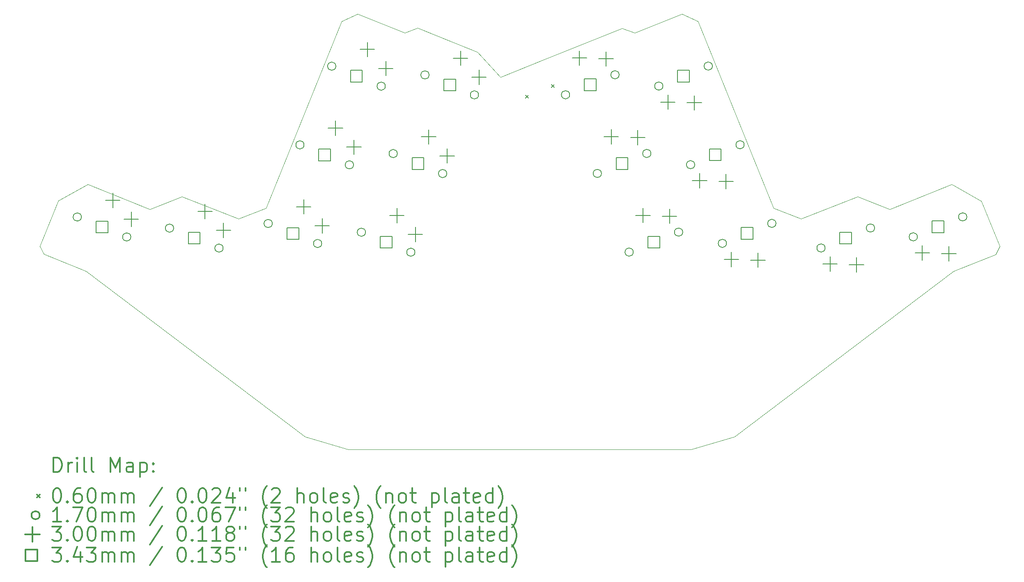
<source format=gbr>
%FSLAX45Y45*%
G04 Gerber Fmt 4.5, Leading zero omitted, Abs format (unit mm)*
G04 Created by KiCad (PCBNEW (5.1.4)-1) date 2024-04-24 20:55:05*
%MOMM*%
%LPD*%
G04 APERTURE LIST*
%ADD10C,0.050000*%
%ADD11C,0.200000*%
%ADD12C,0.300000*%
G04 APERTURE END LIST*
D10*
X17040978Y-14503403D02*
X16775978Y-14404403D01*
X18012433Y-14111361D02*
X17040978Y-14503403D01*
X14273000Y-15414000D02*
X13795000Y-14902000D01*
X15164978Y-15054403D02*
X14273000Y-15414000D01*
X12295000Y-14502000D02*
X12560000Y-14403000D01*
X16775978Y-14404403D02*
X15164978Y-15054403D01*
X12560000Y-14403000D02*
X13795000Y-14902000D01*
X18195877Y-23093825D02*
X19097407Y-22829763D01*
X11125877Y-23093825D02*
X18195877Y-23093825D01*
X11125877Y-23093825D02*
X10238571Y-22828360D01*
X11323546Y-14109958D02*
X12295000Y-14502000D01*
X22293704Y-18140991D02*
X23573218Y-17624034D01*
X20465286Y-18340453D02*
X21637283Y-17877720D01*
X20465286Y-18340453D02*
X19899990Y-18115862D01*
X23627703Y-19413959D02*
X24480712Y-19069321D01*
X19097407Y-22829763D02*
X23609159Y-19421451D01*
X18012433Y-14111361D02*
X18345373Y-14268049D01*
X24565565Y-18905614D02*
X24480712Y-19069321D01*
X24187212Y-17969158D02*
X23573218Y-17624034D01*
X10238571Y-22828360D02*
X5726819Y-19420047D01*
X24187212Y-17969158D02*
X24565565Y-18905614D01*
X5708275Y-19412555D02*
X5726819Y-19420047D01*
X5148766Y-17967754D02*
X4770413Y-18904210D01*
X7698695Y-17876317D02*
X7042274Y-18139587D01*
X21637283Y-17877720D02*
X22293704Y-18140991D01*
X5148766Y-17967754D02*
X5762760Y-17622630D01*
X7042274Y-18139587D02*
X5762760Y-17622630D01*
X18345373Y-14268049D02*
X19899990Y-18115862D01*
X23627703Y-19413959D02*
X23609159Y-19421451D01*
X8870693Y-18339049D02*
X9435989Y-18114459D01*
X10990606Y-14266646D02*
X9435989Y-18114459D01*
X8870693Y-18339049D02*
X7698695Y-17876317D01*
X4770413Y-18904210D02*
X4855266Y-19067917D01*
X11323546Y-14109958D02*
X10990606Y-14266646D01*
X5708275Y-19412555D02*
X4855266Y-19067917D01*
D11*
X14786362Y-15783703D02*
X14846362Y-15843703D01*
X14846362Y-15783703D02*
X14786362Y-15843703D01*
X15322274Y-15567180D02*
X15382274Y-15627180D01*
X15382274Y-15567180D02*
X15322274Y-15627180D01*
X5628239Y-18299661D02*
G75*
G03X5628239Y-18299661I-85090J0D01*
G01*
X6648141Y-18711728D02*
G75*
G03X6648141Y-18711728I-85090J0D01*
G01*
X12142772Y-16991303D02*
G75*
G03X12142772Y-16991303I-85090J0D01*
G01*
X13162674Y-17403370D02*
G75*
G03X13162674Y-17403370I-85090J0D01*
G01*
X10875661Y-15188864D02*
G75*
G03X10875661Y-15188864I-85090J0D01*
G01*
X11895563Y-15600931D02*
G75*
G03X11895563Y-15600931I-85090J0D01*
G01*
X17008318Y-19023599D02*
G75*
G03X17008318Y-19023599I-85090J0D01*
G01*
X18028220Y-18611532D02*
G75*
G03X18028220Y-18611532I-85090J0D01*
G01*
X17619867Y-15598588D02*
G75*
G03X17619867Y-15598588I-85090J0D01*
G01*
X18639769Y-15186521D02*
G75*
G03X18639769Y-15186521I-85090J0D01*
G01*
X7530832Y-18529091D02*
G75*
G03X7530832Y-18529091I-85090J0D01*
G01*
X8550735Y-18941159D02*
G75*
G03X8550735Y-18941159I-85090J0D01*
G01*
X11487210Y-18613874D02*
G75*
G03X11487210Y-18613874I-85090J0D01*
G01*
X12507112Y-19025942D02*
G75*
G03X12507112Y-19025942I-85090J0D01*
G01*
X12798333Y-15368731D02*
G75*
G03X12798333Y-15368731I-85090J0D01*
G01*
X13818235Y-15780798D02*
G75*
G03X13818235Y-15780798I-85090J0D01*
G01*
X15697195Y-15778455D02*
G75*
G03X15697195Y-15778455I-85090J0D01*
G01*
X16717097Y-15366388D02*
G75*
G03X16717097Y-15366388I-85090J0D01*
G01*
X18275428Y-17221160D02*
G75*
G03X18275428Y-17221160I-85090J0D01*
G01*
X19295331Y-16809093D02*
G75*
G03X19295331Y-16809093I-85090J0D01*
G01*
X18930990Y-18843732D02*
G75*
G03X18930990Y-18843732I-85090J0D01*
G01*
X19950892Y-18431665D02*
G75*
G03X19950892Y-18431665I-85090J0D01*
G01*
X10220100Y-16811436D02*
G75*
G03X10220100Y-16811436I-85090J0D01*
G01*
X11240002Y-17223503D02*
G75*
G03X11240002Y-17223503I-85090J0D01*
G01*
X9564538Y-18434007D02*
G75*
G03X9564538Y-18434007I-85090J0D01*
G01*
X10584440Y-18846075D02*
G75*
G03X10584440Y-18846075I-85090J0D01*
G01*
X16352756Y-17401027D02*
G75*
G03X16352756Y-17401027I-85090J0D01*
G01*
X17372659Y-16988960D02*
G75*
G03X17372659Y-16988960I-85090J0D01*
G01*
X20964696Y-18938816D02*
G75*
G03X20964696Y-18938816I-85090J0D01*
G01*
X21984598Y-18526749D02*
G75*
G03X21984598Y-18526749I-85090J0D01*
G01*
X22867289Y-18709386D02*
G75*
G03X22867289Y-18709386I-85090J0D01*
G01*
X23887191Y-18297319D02*
G75*
G03X23887191Y-18297319I-85090J0D01*
G01*
X6275991Y-17804020D02*
X6275991Y-18104020D01*
X6125991Y-17954020D02*
X6425991Y-17954020D01*
X6657169Y-18195304D02*
X6657169Y-18495304D01*
X6507169Y-18345304D02*
X6807169Y-18345304D01*
X12790524Y-16495662D02*
X12790524Y-16795662D01*
X12640524Y-16645662D02*
X12940524Y-16645662D01*
X13171702Y-16886946D02*
X13171702Y-17186946D01*
X13021702Y-17036946D02*
X13321702Y-17036946D01*
X11523413Y-14693223D02*
X11523413Y-14993223D01*
X11373413Y-14843223D02*
X11673413Y-14843223D01*
X11904592Y-15084507D02*
X11904592Y-15384507D01*
X11754592Y-15234507D02*
X12054592Y-15234507D01*
X17210288Y-18115891D02*
X17210288Y-18415891D01*
X17060288Y-18265891D02*
X17360288Y-18265891D01*
X17756293Y-18132568D02*
X17756293Y-18432568D01*
X17606293Y-18282568D02*
X17906293Y-18282568D01*
X17721614Y-15777552D02*
X17721614Y-16077552D01*
X17571614Y-15927552D02*
X17871614Y-15927552D01*
X18267619Y-15794229D02*
X18267619Y-16094229D01*
X18117619Y-15944229D02*
X18417619Y-15944229D01*
X8178584Y-18033451D02*
X8178584Y-18333451D01*
X8028584Y-18183451D02*
X8328584Y-18183451D01*
X8559763Y-18424734D02*
X8559763Y-18724734D01*
X8409763Y-18574734D02*
X8709763Y-18574734D01*
X12134962Y-18118234D02*
X12134962Y-18418234D01*
X11984962Y-18268234D02*
X12284962Y-18268234D01*
X12516141Y-18509517D02*
X12516141Y-18809517D01*
X12366141Y-18659517D02*
X12666141Y-18659517D01*
X13446085Y-14873090D02*
X13446085Y-15173090D01*
X13296085Y-15023090D02*
X13596085Y-15023090D01*
X13827264Y-15264374D02*
X13827264Y-15564374D01*
X13677264Y-15414374D02*
X13977264Y-15414374D01*
X15899165Y-14870747D02*
X15899165Y-15170747D01*
X15749165Y-15020747D02*
X16049165Y-15020747D01*
X16445170Y-14887425D02*
X16445170Y-15187425D01*
X16295170Y-15037425D02*
X16595170Y-15037425D01*
X18377175Y-17400124D02*
X18377175Y-17700124D01*
X18227175Y-17550124D02*
X18527175Y-17550124D01*
X18923180Y-17416801D02*
X18923180Y-17716801D01*
X18773180Y-17566801D02*
X19073180Y-17566801D01*
X19032737Y-19022696D02*
X19032737Y-19322696D01*
X18882737Y-19172696D02*
X19182737Y-19172696D01*
X19578742Y-19039373D02*
X19578742Y-19339373D01*
X19428742Y-19189373D02*
X19728742Y-19189373D01*
X10867852Y-16315795D02*
X10867852Y-16615795D01*
X10717852Y-16465795D02*
X11017852Y-16465795D01*
X11249030Y-16707078D02*
X11249030Y-17007079D01*
X11099030Y-16857079D02*
X11399030Y-16857079D01*
X10212290Y-17938367D02*
X10212290Y-18238367D01*
X10062290Y-18088367D02*
X10362290Y-18088367D01*
X10593469Y-18329650D02*
X10593469Y-18629650D01*
X10443469Y-18479650D02*
X10743469Y-18479650D01*
X16554726Y-16493319D02*
X16554726Y-16793319D01*
X16404726Y-16643319D02*
X16704726Y-16643319D01*
X17100732Y-16509996D02*
X17100732Y-16809996D01*
X16950732Y-16659996D02*
X17250732Y-16659996D01*
X21066442Y-19117780D02*
X21066442Y-19417780D01*
X20916442Y-19267780D02*
X21216442Y-19267780D01*
X21612448Y-19134457D02*
X21612448Y-19434457D01*
X21462448Y-19284457D02*
X21762448Y-19284457D01*
X22969036Y-18888349D02*
X22969036Y-19188349D01*
X22819036Y-19038349D02*
X23119036Y-19038349D01*
X23515041Y-18905027D02*
X23515041Y-19205027D01*
X23365041Y-19055027D02*
X23665041Y-19055027D01*
X18165963Y-15513789D02*
X18165963Y-15271320D01*
X17923493Y-15271320D01*
X17923493Y-15513789D01*
X18165963Y-15513789D01*
X8076928Y-18856360D02*
X8076928Y-18613890D01*
X7834459Y-18613890D01*
X7834459Y-18856360D01*
X8076928Y-18856360D01*
X12033306Y-18941143D02*
X12033306Y-18698673D01*
X11790837Y-18698673D01*
X11790837Y-18941143D01*
X12033306Y-18941143D01*
X13344429Y-15695999D02*
X13344429Y-15453530D01*
X13101960Y-15453530D01*
X13101960Y-15695999D01*
X13344429Y-15695999D01*
X16243290Y-15693656D02*
X16243290Y-15451187D01*
X16000821Y-15451187D01*
X16000821Y-15693656D01*
X16243290Y-15693656D01*
X18821524Y-17136361D02*
X18821524Y-16893892D01*
X18579055Y-16893892D01*
X18579055Y-17136361D01*
X18821524Y-17136361D01*
X19477086Y-18758933D02*
X19477086Y-18516464D01*
X19234616Y-18516464D01*
X19234616Y-18758933D01*
X19477086Y-18758933D01*
X10766195Y-17138704D02*
X10766195Y-16896235D01*
X10523726Y-16896235D01*
X10523726Y-17138704D01*
X10766195Y-17138704D01*
X10110634Y-18761276D02*
X10110634Y-18518806D01*
X9868165Y-18518806D01*
X9868165Y-18761276D01*
X10110634Y-18761276D01*
X16898852Y-17316228D02*
X16898852Y-17073759D01*
X16656383Y-17073759D01*
X16656383Y-17316228D01*
X16898852Y-17316228D01*
X21510791Y-18854017D02*
X21510791Y-18611548D01*
X21268322Y-18611548D01*
X21268322Y-18854017D01*
X21510791Y-18854017D01*
X23413385Y-18624587D02*
X23413385Y-18382118D01*
X23170916Y-18382118D01*
X23170916Y-18624587D01*
X23413385Y-18624587D01*
X6174335Y-18626929D02*
X6174335Y-18384460D01*
X5931865Y-18384460D01*
X5931865Y-18626929D01*
X6174335Y-18626929D01*
X12688867Y-17318571D02*
X12688867Y-17076102D01*
X12446398Y-17076102D01*
X12446398Y-17318571D01*
X12688867Y-17318571D01*
X11421757Y-15516132D02*
X11421757Y-15273663D01*
X11179288Y-15273663D01*
X11179288Y-15516132D01*
X11421757Y-15516132D01*
X17554414Y-18938800D02*
X17554414Y-18696331D01*
X17311944Y-18696331D01*
X17311944Y-18938800D01*
X17554414Y-18938800D01*
D12*
X5054342Y-23562039D02*
X5054342Y-23262039D01*
X5125770Y-23262039D01*
X5168627Y-23276325D01*
X5197199Y-23304896D01*
X5211485Y-23333468D01*
X5225770Y-23390611D01*
X5225770Y-23433468D01*
X5211485Y-23490611D01*
X5197199Y-23519182D01*
X5168627Y-23547753D01*
X5125770Y-23562039D01*
X5054342Y-23562039D01*
X5354342Y-23562039D02*
X5354342Y-23362039D01*
X5354342Y-23419182D02*
X5368627Y-23390611D01*
X5382913Y-23376325D01*
X5411485Y-23362039D01*
X5440056Y-23362039D01*
X5540056Y-23562039D02*
X5540056Y-23362039D01*
X5540056Y-23262039D02*
X5525770Y-23276325D01*
X5540056Y-23290611D01*
X5554342Y-23276325D01*
X5540056Y-23262039D01*
X5540056Y-23290611D01*
X5725770Y-23562039D02*
X5697199Y-23547753D01*
X5682913Y-23519182D01*
X5682913Y-23262039D01*
X5882913Y-23562039D02*
X5854342Y-23547753D01*
X5840056Y-23519182D01*
X5840056Y-23262039D01*
X6225770Y-23562039D02*
X6225770Y-23262039D01*
X6325770Y-23476325D01*
X6425770Y-23262039D01*
X6425770Y-23562039D01*
X6697199Y-23562039D02*
X6697199Y-23404896D01*
X6682913Y-23376325D01*
X6654342Y-23362039D01*
X6597199Y-23362039D01*
X6568627Y-23376325D01*
X6697199Y-23547753D02*
X6668627Y-23562039D01*
X6597199Y-23562039D01*
X6568627Y-23547753D01*
X6554342Y-23519182D01*
X6554342Y-23490611D01*
X6568627Y-23462039D01*
X6597199Y-23447753D01*
X6668627Y-23447753D01*
X6697199Y-23433468D01*
X6840056Y-23362039D02*
X6840056Y-23662039D01*
X6840056Y-23376325D02*
X6868627Y-23362039D01*
X6925770Y-23362039D01*
X6954342Y-23376325D01*
X6968627Y-23390611D01*
X6982913Y-23419182D01*
X6982913Y-23504896D01*
X6968627Y-23533468D01*
X6954342Y-23547753D01*
X6925770Y-23562039D01*
X6868627Y-23562039D01*
X6840056Y-23547753D01*
X7111484Y-23533468D02*
X7125770Y-23547753D01*
X7111484Y-23562039D01*
X7097199Y-23547753D01*
X7111484Y-23533468D01*
X7111484Y-23562039D01*
X7111484Y-23376325D02*
X7125770Y-23390611D01*
X7111484Y-23404896D01*
X7097199Y-23390611D01*
X7111484Y-23376325D01*
X7111484Y-23404896D01*
X4707913Y-24026325D02*
X4767913Y-24086325D01*
X4767913Y-24026325D02*
X4707913Y-24086325D01*
X5111485Y-23892039D02*
X5140056Y-23892039D01*
X5168627Y-23906325D01*
X5182913Y-23920611D01*
X5197199Y-23949182D01*
X5211485Y-24006325D01*
X5211485Y-24077753D01*
X5197199Y-24134896D01*
X5182913Y-24163468D01*
X5168627Y-24177753D01*
X5140056Y-24192039D01*
X5111485Y-24192039D01*
X5082913Y-24177753D01*
X5068627Y-24163468D01*
X5054342Y-24134896D01*
X5040056Y-24077753D01*
X5040056Y-24006325D01*
X5054342Y-23949182D01*
X5068627Y-23920611D01*
X5082913Y-23906325D01*
X5111485Y-23892039D01*
X5340056Y-24163468D02*
X5354342Y-24177753D01*
X5340056Y-24192039D01*
X5325770Y-24177753D01*
X5340056Y-24163468D01*
X5340056Y-24192039D01*
X5611484Y-23892039D02*
X5554342Y-23892039D01*
X5525770Y-23906325D01*
X5511485Y-23920611D01*
X5482913Y-23963468D01*
X5468627Y-24020611D01*
X5468627Y-24134896D01*
X5482913Y-24163468D01*
X5497199Y-24177753D01*
X5525770Y-24192039D01*
X5582913Y-24192039D01*
X5611484Y-24177753D01*
X5625770Y-24163468D01*
X5640056Y-24134896D01*
X5640056Y-24063468D01*
X5625770Y-24034896D01*
X5611484Y-24020611D01*
X5582913Y-24006325D01*
X5525770Y-24006325D01*
X5497199Y-24020611D01*
X5482913Y-24034896D01*
X5468627Y-24063468D01*
X5825770Y-23892039D02*
X5854342Y-23892039D01*
X5882913Y-23906325D01*
X5897199Y-23920611D01*
X5911484Y-23949182D01*
X5925770Y-24006325D01*
X5925770Y-24077753D01*
X5911484Y-24134896D01*
X5897199Y-24163468D01*
X5882913Y-24177753D01*
X5854342Y-24192039D01*
X5825770Y-24192039D01*
X5797199Y-24177753D01*
X5782913Y-24163468D01*
X5768627Y-24134896D01*
X5754342Y-24077753D01*
X5754342Y-24006325D01*
X5768627Y-23949182D01*
X5782913Y-23920611D01*
X5797199Y-23906325D01*
X5825770Y-23892039D01*
X6054342Y-24192039D02*
X6054342Y-23992039D01*
X6054342Y-24020611D02*
X6068627Y-24006325D01*
X6097199Y-23992039D01*
X6140056Y-23992039D01*
X6168627Y-24006325D01*
X6182913Y-24034896D01*
X6182913Y-24192039D01*
X6182913Y-24034896D02*
X6197199Y-24006325D01*
X6225770Y-23992039D01*
X6268627Y-23992039D01*
X6297199Y-24006325D01*
X6311484Y-24034896D01*
X6311484Y-24192039D01*
X6454342Y-24192039D02*
X6454342Y-23992039D01*
X6454342Y-24020611D02*
X6468627Y-24006325D01*
X6497199Y-23992039D01*
X6540056Y-23992039D01*
X6568627Y-24006325D01*
X6582913Y-24034896D01*
X6582913Y-24192039D01*
X6582913Y-24034896D02*
X6597199Y-24006325D01*
X6625770Y-23992039D01*
X6668627Y-23992039D01*
X6697199Y-24006325D01*
X6711484Y-24034896D01*
X6711484Y-24192039D01*
X7297199Y-23877753D02*
X7040056Y-24263468D01*
X7682913Y-23892039D02*
X7711484Y-23892039D01*
X7740056Y-23906325D01*
X7754342Y-23920611D01*
X7768627Y-23949182D01*
X7782913Y-24006325D01*
X7782913Y-24077753D01*
X7768627Y-24134896D01*
X7754342Y-24163468D01*
X7740056Y-24177753D01*
X7711484Y-24192039D01*
X7682913Y-24192039D01*
X7654342Y-24177753D01*
X7640056Y-24163468D01*
X7625770Y-24134896D01*
X7611484Y-24077753D01*
X7611484Y-24006325D01*
X7625770Y-23949182D01*
X7640056Y-23920611D01*
X7654342Y-23906325D01*
X7682913Y-23892039D01*
X7911484Y-24163468D02*
X7925770Y-24177753D01*
X7911484Y-24192039D01*
X7897199Y-24177753D01*
X7911484Y-24163468D01*
X7911484Y-24192039D01*
X8111484Y-23892039D02*
X8140056Y-23892039D01*
X8168627Y-23906325D01*
X8182913Y-23920611D01*
X8197199Y-23949182D01*
X8211484Y-24006325D01*
X8211484Y-24077753D01*
X8197199Y-24134896D01*
X8182913Y-24163468D01*
X8168627Y-24177753D01*
X8140056Y-24192039D01*
X8111484Y-24192039D01*
X8082913Y-24177753D01*
X8068627Y-24163468D01*
X8054342Y-24134896D01*
X8040056Y-24077753D01*
X8040056Y-24006325D01*
X8054342Y-23949182D01*
X8068627Y-23920611D01*
X8082913Y-23906325D01*
X8111484Y-23892039D01*
X8325770Y-23920611D02*
X8340056Y-23906325D01*
X8368627Y-23892039D01*
X8440056Y-23892039D01*
X8468627Y-23906325D01*
X8482913Y-23920611D01*
X8497199Y-23949182D01*
X8497199Y-23977753D01*
X8482913Y-24020611D01*
X8311484Y-24192039D01*
X8497199Y-24192039D01*
X8754342Y-23992039D02*
X8754342Y-24192039D01*
X8682913Y-23877753D02*
X8611485Y-24092039D01*
X8797199Y-24092039D01*
X8897199Y-23892039D02*
X8897199Y-23949182D01*
X9011485Y-23892039D02*
X9011485Y-23949182D01*
X9454342Y-24306325D02*
X9440056Y-24292039D01*
X9411485Y-24249182D01*
X9397199Y-24220611D01*
X9382913Y-24177753D01*
X9368627Y-24106325D01*
X9368627Y-24049182D01*
X9382913Y-23977753D01*
X9397199Y-23934896D01*
X9411485Y-23906325D01*
X9440056Y-23863468D01*
X9454342Y-23849182D01*
X9554342Y-23920611D02*
X9568627Y-23906325D01*
X9597199Y-23892039D01*
X9668627Y-23892039D01*
X9697199Y-23906325D01*
X9711485Y-23920611D01*
X9725770Y-23949182D01*
X9725770Y-23977753D01*
X9711485Y-24020611D01*
X9540056Y-24192039D01*
X9725770Y-24192039D01*
X10082913Y-24192039D02*
X10082913Y-23892039D01*
X10211485Y-24192039D02*
X10211485Y-24034896D01*
X10197199Y-24006325D01*
X10168627Y-23992039D01*
X10125770Y-23992039D01*
X10097199Y-24006325D01*
X10082913Y-24020611D01*
X10397199Y-24192039D02*
X10368627Y-24177753D01*
X10354342Y-24163468D01*
X10340056Y-24134896D01*
X10340056Y-24049182D01*
X10354342Y-24020611D01*
X10368627Y-24006325D01*
X10397199Y-23992039D01*
X10440056Y-23992039D01*
X10468627Y-24006325D01*
X10482913Y-24020611D01*
X10497199Y-24049182D01*
X10497199Y-24134896D01*
X10482913Y-24163468D01*
X10468627Y-24177753D01*
X10440056Y-24192039D01*
X10397199Y-24192039D01*
X10668627Y-24192039D02*
X10640056Y-24177753D01*
X10625770Y-24149182D01*
X10625770Y-23892039D01*
X10897199Y-24177753D02*
X10868627Y-24192039D01*
X10811485Y-24192039D01*
X10782913Y-24177753D01*
X10768627Y-24149182D01*
X10768627Y-24034896D01*
X10782913Y-24006325D01*
X10811485Y-23992039D01*
X10868627Y-23992039D01*
X10897199Y-24006325D01*
X10911485Y-24034896D01*
X10911485Y-24063468D01*
X10768627Y-24092039D01*
X11025770Y-24177753D02*
X11054342Y-24192039D01*
X11111485Y-24192039D01*
X11140056Y-24177753D01*
X11154342Y-24149182D01*
X11154342Y-24134896D01*
X11140056Y-24106325D01*
X11111485Y-24092039D01*
X11068627Y-24092039D01*
X11040056Y-24077753D01*
X11025770Y-24049182D01*
X11025770Y-24034896D01*
X11040056Y-24006325D01*
X11068627Y-23992039D01*
X11111485Y-23992039D01*
X11140056Y-24006325D01*
X11254342Y-24306325D02*
X11268627Y-24292039D01*
X11297199Y-24249182D01*
X11311484Y-24220611D01*
X11325770Y-24177753D01*
X11340056Y-24106325D01*
X11340056Y-24049182D01*
X11325770Y-23977753D01*
X11311484Y-23934896D01*
X11297199Y-23906325D01*
X11268627Y-23863468D01*
X11254342Y-23849182D01*
X11797199Y-24306325D02*
X11782913Y-24292039D01*
X11754342Y-24249182D01*
X11740056Y-24220611D01*
X11725770Y-24177753D01*
X11711484Y-24106325D01*
X11711484Y-24049182D01*
X11725770Y-23977753D01*
X11740056Y-23934896D01*
X11754342Y-23906325D01*
X11782913Y-23863468D01*
X11797199Y-23849182D01*
X11911484Y-23992039D02*
X11911484Y-24192039D01*
X11911484Y-24020611D02*
X11925770Y-24006325D01*
X11954342Y-23992039D01*
X11997199Y-23992039D01*
X12025770Y-24006325D01*
X12040056Y-24034896D01*
X12040056Y-24192039D01*
X12225770Y-24192039D02*
X12197199Y-24177753D01*
X12182913Y-24163468D01*
X12168627Y-24134896D01*
X12168627Y-24049182D01*
X12182913Y-24020611D01*
X12197199Y-24006325D01*
X12225770Y-23992039D01*
X12268627Y-23992039D01*
X12297199Y-24006325D01*
X12311484Y-24020611D01*
X12325770Y-24049182D01*
X12325770Y-24134896D01*
X12311484Y-24163468D01*
X12297199Y-24177753D01*
X12268627Y-24192039D01*
X12225770Y-24192039D01*
X12411484Y-23992039D02*
X12525770Y-23992039D01*
X12454342Y-23892039D02*
X12454342Y-24149182D01*
X12468627Y-24177753D01*
X12497199Y-24192039D01*
X12525770Y-24192039D01*
X12854342Y-23992039D02*
X12854342Y-24292039D01*
X12854342Y-24006325D02*
X12882913Y-23992039D01*
X12940056Y-23992039D01*
X12968627Y-24006325D01*
X12982913Y-24020611D01*
X12997199Y-24049182D01*
X12997199Y-24134896D01*
X12982913Y-24163468D01*
X12968627Y-24177753D01*
X12940056Y-24192039D01*
X12882913Y-24192039D01*
X12854342Y-24177753D01*
X13168627Y-24192039D02*
X13140056Y-24177753D01*
X13125770Y-24149182D01*
X13125770Y-23892039D01*
X13411484Y-24192039D02*
X13411484Y-24034896D01*
X13397199Y-24006325D01*
X13368627Y-23992039D01*
X13311484Y-23992039D01*
X13282913Y-24006325D01*
X13411484Y-24177753D02*
X13382913Y-24192039D01*
X13311484Y-24192039D01*
X13282913Y-24177753D01*
X13268627Y-24149182D01*
X13268627Y-24120611D01*
X13282913Y-24092039D01*
X13311484Y-24077753D01*
X13382913Y-24077753D01*
X13411484Y-24063468D01*
X13511484Y-23992039D02*
X13625770Y-23992039D01*
X13554342Y-23892039D02*
X13554342Y-24149182D01*
X13568627Y-24177753D01*
X13597199Y-24192039D01*
X13625770Y-24192039D01*
X13840056Y-24177753D02*
X13811484Y-24192039D01*
X13754342Y-24192039D01*
X13725770Y-24177753D01*
X13711484Y-24149182D01*
X13711484Y-24034896D01*
X13725770Y-24006325D01*
X13754342Y-23992039D01*
X13811484Y-23992039D01*
X13840056Y-24006325D01*
X13854342Y-24034896D01*
X13854342Y-24063468D01*
X13711484Y-24092039D01*
X14111484Y-24192039D02*
X14111484Y-23892039D01*
X14111484Y-24177753D02*
X14082913Y-24192039D01*
X14025770Y-24192039D01*
X13997199Y-24177753D01*
X13982913Y-24163468D01*
X13968627Y-24134896D01*
X13968627Y-24049182D01*
X13982913Y-24020611D01*
X13997199Y-24006325D01*
X14025770Y-23992039D01*
X14082913Y-23992039D01*
X14111484Y-24006325D01*
X14225770Y-24306325D02*
X14240056Y-24292039D01*
X14268627Y-24249182D01*
X14282913Y-24220611D01*
X14297199Y-24177753D01*
X14311484Y-24106325D01*
X14311484Y-24049182D01*
X14297199Y-23977753D01*
X14282913Y-23934896D01*
X14268627Y-23906325D01*
X14240056Y-23863468D01*
X14225770Y-23849182D01*
X4767913Y-24452325D02*
G75*
G03X4767913Y-24452325I-85090J0D01*
G01*
X5211485Y-24588039D02*
X5040056Y-24588039D01*
X5125770Y-24588039D02*
X5125770Y-24288039D01*
X5097199Y-24330896D01*
X5068627Y-24359468D01*
X5040056Y-24373753D01*
X5340056Y-24559468D02*
X5354342Y-24573753D01*
X5340056Y-24588039D01*
X5325770Y-24573753D01*
X5340056Y-24559468D01*
X5340056Y-24588039D01*
X5454342Y-24288039D02*
X5654342Y-24288039D01*
X5525770Y-24588039D01*
X5825770Y-24288039D02*
X5854342Y-24288039D01*
X5882913Y-24302325D01*
X5897199Y-24316611D01*
X5911484Y-24345182D01*
X5925770Y-24402325D01*
X5925770Y-24473753D01*
X5911484Y-24530896D01*
X5897199Y-24559468D01*
X5882913Y-24573753D01*
X5854342Y-24588039D01*
X5825770Y-24588039D01*
X5797199Y-24573753D01*
X5782913Y-24559468D01*
X5768627Y-24530896D01*
X5754342Y-24473753D01*
X5754342Y-24402325D01*
X5768627Y-24345182D01*
X5782913Y-24316611D01*
X5797199Y-24302325D01*
X5825770Y-24288039D01*
X6054342Y-24588039D02*
X6054342Y-24388039D01*
X6054342Y-24416611D02*
X6068627Y-24402325D01*
X6097199Y-24388039D01*
X6140056Y-24388039D01*
X6168627Y-24402325D01*
X6182913Y-24430896D01*
X6182913Y-24588039D01*
X6182913Y-24430896D02*
X6197199Y-24402325D01*
X6225770Y-24388039D01*
X6268627Y-24388039D01*
X6297199Y-24402325D01*
X6311484Y-24430896D01*
X6311484Y-24588039D01*
X6454342Y-24588039D02*
X6454342Y-24388039D01*
X6454342Y-24416611D02*
X6468627Y-24402325D01*
X6497199Y-24388039D01*
X6540056Y-24388039D01*
X6568627Y-24402325D01*
X6582913Y-24430896D01*
X6582913Y-24588039D01*
X6582913Y-24430896D02*
X6597199Y-24402325D01*
X6625770Y-24388039D01*
X6668627Y-24388039D01*
X6697199Y-24402325D01*
X6711484Y-24430896D01*
X6711484Y-24588039D01*
X7297199Y-24273753D02*
X7040056Y-24659468D01*
X7682913Y-24288039D02*
X7711484Y-24288039D01*
X7740056Y-24302325D01*
X7754342Y-24316611D01*
X7768627Y-24345182D01*
X7782913Y-24402325D01*
X7782913Y-24473753D01*
X7768627Y-24530896D01*
X7754342Y-24559468D01*
X7740056Y-24573753D01*
X7711484Y-24588039D01*
X7682913Y-24588039D01*
X7654342Y-24573753D01*
X7640056Y-24559468D01*
X7625770Y-24530896D01*
X7611484Y-24473753D01*
X7611484Y-24402325D01*
X7625770Y-24345182D01*
X7640056Y-24316611D01*
X7654342Y-24302325D01*
X7682913Y-24288039D01*
X7911484Y-24559468D02*
X7925770Y-24573753D01*
X7911484Y-24588039D01*
X7897199Y-24573753D01*
X7911484Y-24559468D01*
X7911484Y-24588039D01*
X8111484Y-24288039D02*
X8140056Y-24288039D01*
X8168627Y-24302325D01*
X8182913Y-24316611D01*
X8197199Y-24345182D01*
X8211484Y-24402325D01*
X8211484Y-24473753D01*
X8197199Y-24530896D01*
X8182913Y-24559468D01*
X8168627Y-24573753D01*
X8140056Y-24588039D01*
X8111484Y-24588039D01*
X8082913Y-24573753D01*
X8068627Y-24559468D01*
X8054342Y-24530896D01*
X8040056Y-24473753D01*
X8040056Y-24402325D01*
X8054342Y-24345182D01*
X8068627Y-24316611D01*
X8082913Y-24302325D01*
X8111484Y-24288039D01*
X8468627Y-24288039D02*
X8411485Y-24288039D01*
X8382913Y-24302325D01*
X8368627Y-24316611D01*
X8340056Y-24359468D01*
X8325770Y-24416611D01*
X8325770Y-24530896D01*
X8340056Y-24559468D01*
X8354342Y-24573753D01*
X8382913Y-24588039D01*
X8440056Y-24588039D01*
X8468627Y-24573753D01*
X8482913Y-24559468D01*
X8497199Y-24530896D01*
X8497199Y-24459468D01*
X8482913Y-24430896D01*
X8468627Y-24416611D01*
X8440056Y-24402325D01*
X8382913Y-24402325D01*
X8354342Y-24416611D01*
X8340056Y-24430896D01*
X8325770Y-24459468D01*
X8597199Y-24288039D02*
X8797199Y-24288039D01*
X8668627Y-24588039D01*
X8897199Y-24288039D02*
X8897199Y-24345182D01*
X9011485Y-24288039D02*
X9011485Y-24345182D01*
X9454342Y-24702325D02*
X9440056Y-24688039D01*
X9411485Y-24645182D01*
X9397199Y-24616611D01*
X9382913Y-24573753D01*
X9368627Y-24502325D01*
X9368627Y-24445182D01*
X9382913Y-24373753D01*
X9397199Y-24330896D01*
X9411485Y-24302325D01*
X9440056Y-24259468D01*
X9454342Y-24245182D01*
X9540056Y-24288039D02*
X9725770Y-24288039D01*
X9625770Y-24402325D01*
X9668627Y-24402325D01*
X9697199Y-24416611D01*
X9711485Y-24430896D01*
X9725770Y-24459468D01*
X9725770Y-24530896D01*
X9711485Y-24559468D01*
X9697199Y-24573753D01*
X9668627Y-24588039D01*
X9582913Y-24588039D01*
X9554342Y-24573753D01*
X9540056Y-24559468D01*
X9840056Y-24316611D02*
X9854342Y-24302325D01*
X9882913Y-24288039D01*
X9954342Y-24288039D01*
X9982913Y-24302325D01*
X9997199Y-24316611D01*
X10011485Y-24345182D01*
X10011485Y-24373753D01*
X9997199Y-24416611D01*
X9825770Y-24588039D01*
X10011485Y-24588039D01*
X10368627Y-24588039D02*
X10368627Y-24288039D01*
X10497199Y-24588039D02*
X10497199Y-24430896D01*
X10482913Y-24402325D01*
X10454342Y-24388039D01*
X10411485Y-24388039D01*
X10382913Y-24402325D01*
X10368627Y-24416611D01*
X10682913Y-24588039D02*
X10654342Y-24573753D01*
X10640056Y-24559468D01*
X10625770Y-24530896D01*
X10625770Y-24445182D01*
X10640056Y-24416611D01*
X10654342Y-24402325D01*
X10682913Y-24388039D01*
X10725770Y-24388039D01*
X10754342Y-24402325D01*
X10768627Y-24416611D01*
X10782913Y-24445182D01*
X10782913Y-24530896D01*
X10768627Y-24559468D01*
X10754342Y-24573753D01*
X10725770Y-24588039D01*
X10682913Y-24588039D01*
X10954342Y-24588039D02*
X10925770Y-24573753D01*
X10911485Y-24545182D01*
X10911485Y-24288039D01*
X11182913Y-24573753D02*
X11154342Y-24588039D01*
X11097199Y-24588039D01*
X11068627Y-24573753D01*
X11054342Y-24545182D01*
X11054342Y-24430896D01*
X11068627Y-24402325D01*
X11097199Y-24388039D01*
X11154342Y-24388039D01*
X11182913Y-24402325D01*
X11197199Y-24430896D01*
X11197199Y-24459468D01*
X11054342Y-24488039D01*
X11311484Y-24573753D02*
X11340056Y-24588039D01*
X11397199Y-24588039D01*
X11425770Y-24573753D01*
X11440056Y-24545182D01*
X11440056Y-24530896D01*
X11425770Y-24502325D01*
X11397199Y-24488039D01*
X11354342Y-24488039D01*
X11325770Y-24473753D01*
X11311484Y-24445182D01*
X11311484Y-24430896D01*
X11325770Y-24402325D01*
X11354342Y-24388039D01*
X11397199Y-24388039D01*
X11425770Y-24402325D01*
X11540056Y-24702325D02*
X11554342Y-24688039D01*
X11582913Y-24645182D01*
X11597199Y-24616611D01*
X11611484Y-24573753D01*
X11625770Y-24502325D01*
X11625770Y-24445182D01*
X11611484Y-24373753D01*
X11597199Y-24330896D01*
X11582913Y-24302325D01*
X11554342Y-24259468D01*
X11540056Y-24245182D01*
X12082913Y-24702325D02*
X12068627Y-24688039D01*
X12040056Y-24645182D01*
X12025770Y-24616611D01*
X12011484Y-24573753D01*
X11997199Y-24502325D01*
X11997199Y-24445182D01*
X12011484Y-24373753D01*
X12025770Y-24330896D01*
X12040056Y-24302325D01*
X12068627Y-24259468D01*
X12082913Y-24245182D01*
X12197199Y-24388039D02*
X12197199Y-24588039D01*
X12197199Y-24416611D02*
X12211484Y-24402325D01*
X12240056Y-24388039D01*
X12282913Y-24388039D01*
X12311484Y-24402325D01*
X12325770Y-24430896D01*
X12325770Y-24588039D01*
X12511484Y-24588039D02*
X12482913Y-24573753D01*
X12468627Y-24559468D01*
X12454342Y-24530896D01*
X12454342Y-24445182D01*
X12468627Y-24416611D01*
X12482913Y-24402325D01*
X12511484Y-24388039D01*
X12554342Y-24388039D01*
X12582913Y-24402325D01*
X12597199Y-24416611D01*
X12611484Y-24445182D01*
X12611484Y-24530896D01*
X12597199Y-24559468D01*
X12582913Y-24573753D01*
X12554342Y-24588039D01*
X12511484Y-24588039D01*
X12697199Y-24388039D02*
X12811484Y-24388039D01*
X12740056Y-24288039D02*
X12740056Y-24545182D01*
X12754342Y-24573753D01*
X12782913Y-24588039D01*
X12811484Y-24588039D01*
X13140056Y-24388039D02*
X13140056Y-24688039D01*
X13140056Y-24402325D02*
X13168627Y-24388039D01*
X13225770Y-24388039D01*
X13254342Y-24402325D01*
X13268627Y-24416611D01*
X13282913Y-24445182D01*
X13282913Y-24530896D01*
X13268627Y-24559468D01*
X13254342Y-24573753D01*
X13225770Y-24588039D01*
X13168627Y-24588039D01*
X13140056Y-24573753D01*
X13454342Y-24588039D02*
X13425770Y-24573753D01*
X13411484Y-24545182D01*
X13411484Y-24288039D01*
X13697199Y-24588039D02*
X13697199Y-24430896D01*
X13682913Y-24402325D01*
X13654342Y-24388039D01*
X13597199Y-24388039D01*
X13568627Y-24402325D01*
X13697199Y-24573753D02*
X13668627Y-24588039D01*
X13597199Y-24588039D01*
X13568627Y-24573753D01*
X13554342Y-24545182D01*
X13554342Y-24516611D01*
X13568627Y-24488039D01*
X13597199Y-24473753D01*
X13668627Y-24473753D01*
X13697199Y-24459468D01*
X13797199Y-24388039D02*
X13911484Y-24388039D01*
X13840056Y-24288039D02*
X13840056Y-24545182D01*
X13854342Y-24573753D01*
X13882913Y-24588039D01*
X13911484Y-24588039D01*
X14125770Y-24573753D02*
X14097199Y-24588039D01*
X14040056Y-24588039D01*
X14011484Y-24573753D01*
X13997199Y-24545182D01*
X13997199Y-24430896D01*
X14011484Y-24402325D01*
X14040056Y-24388039D01*
X14097199Y-24388039D01*
X14125770Y-24402325D01*
X14140056Y-24430896D01*
X14140056Y-24459468D01*
X13997199Y-24488039D01*
X14397199Y-24588039D02*
X14397199Y-24288039D01*
X14397199Y-24573753D02*
X14368627Y-24588039D01*
X14311484Y-24588039D01*
X14282913Y-24573753D01*
X14268627Y-24559468D01*
X14254342Y-24530896D01*
X14254342Y-24445182D01*
X14268627Y-24416611D01*
X14282913Y-24402325D01*
X14311484Y-24388039D01*
X14368627Y-24388039D01*
X14397199Y-24402325D01*
X14511484Y-24702325D02*
X14525770Y-24688039D01*
X14554342Y-24645182D01*
X14568627Y-24616611D01*
X14582913Y-24573753D01*
X14597199Y-24502325D01*
X14597199Y-24445182D01*
X14582913Y-24373753D01*
X14568627Y-24330896D01*
X14554342Y-24302325D01*
X14525770Y-24259468D01*
X14511484Y-24245182D01*
X4617913Y-24698325D02*
X4617913Y-24998325D01*
X4467913Y-24848325D02*
X4767913Y-24848325D01*
X5025770Y-24684039D02*
X5211485Y-24684039D01*
X5111485Y-24798325D01*
X5154342Y-24798325D01*
X5182913Y-24812611D01*
X5197199Y-24826896D01*
X5211485Y-24855468D01*
X5211485Y-24926896D01*
X5197199Y-24955468D01*
X5182913Y-24969753D01*
X5154342Y-24984039D01*
X5068627Y-24984039D01*
X5040056Y-24969753D01*
X5025770Y-24955468D01*
X5340056Y-24955468D02*
X5354342Y-24969753D01*
X5340056Y-24984039D01*
X5325770Y-24969753D01*
X5340056Y-24955468D01*
X5340056Y-24984039D01*
X5540056Y-24684039D02*
X5568627Y-24684039D01*
X5597199Y-24698325D01*
X5611484Y-24712611D01*
X5625770Y-24741182D01*
X5640056Y-24798325D01*
X5640056Y-24869753D01*
X5625770Y-24926896D01*
X5611484Y-24955468D01*
X5597199Y-24969753D01*
X5568627Y-24984039D01*
X5540056Y-24984039D01*
X5511485Y-24969753D01*
X5497199Y-24955468D01*
X5482913Y-24926896D01*
X5468627Y-24869753D01*
X5468627Y-24798325D01*
X5482913Y-24741182D01*
X5497199Y-24712611D01*
X5511485Y-24698325D01*
X5540056Y-24684039D01*
X5825770Y-24684039D02*
X5854342Y-24684039D01*
X5882913Y-24698325D01*
X5897199Y-24712611D01*
X5911484Y-24741182D01*
X5925770Y-24798325D01*
X5925770Y-24869753D01*
X5911484Y-24926896D01*
X5897199Y-24955468D01*
X5882913Y-24969753D01*
X5854342Y-24984039D01*
X5825770Y-24984039D01*
X5797199Y-24969753D01*
X5782913Y-24955468D01*
X5768627Y-24926896D01*
X5754342Y-24869753D01*
X5754342Y-24798325D01*
X5768627Y-24741182D01*
X5782913Y-24712611D01*
X5797199Y-24698325D01*
X5825770Y-24684039D01*
X6054342Y-24984039D02*
X6054342Y-24784039D01*
X6054342Y-24812611D02*
X6068627Y-24798325D01*
X6097199Y-24784039D01*
X6140056Y-24784039D01*
X6168627Y-24798325D01*
X6182913Y-24826896D01*
X6182913Y-24984039D01*
X6182913Y-24826896D02*
X6197199Y-24798325D01*
X6225770Y-24784039D01*
X6268627Y-24784039D01*
X6297199Y-24798325D01*
X6311484Y-24826896D01*
X6311484Y-24984039D01*
X6454342Y-24984039D02*
X6454342Y-24784039D01*
X6454342Y-24812611D02*
X6468627Y-24798325D01*
X6497199Y-24784039D01*
X6540056Y-24784039D01*
X6568627Y-24798325D01*
X6582913Y-24826896D01*
X6582913Y-24984039D01*
X6582913Y-24826896D02*
X6597199Y-24798325D01*
X6625770Y-24784039D01*
X6668627Y-24784039D01*
X6697199Y-24798325D01*
X6711484Y-24826896D01*
X6711484Y-24984039D01*
X7297199Y-24669753D02*
X7040056Y-25055468D01*
X7682913Y-24684039D02*
X7711484Y-24684039D01*
X7740056Y-24698325D01*
X7754342Y-24712611D01*
X7768627Y-24741182D01*
X7782913Y-24798325D01*
X7782913Y-24869753D01*
X7768627Y-24926896D01*
X7754342Y-24955468D01*
X7740056Y-24969753D01*
X7711484Y-24984039D01*
X7682913Y-24984039D01*
X7654342Y-24969753D01*
X7640056Y-24955468D01*
X7625770Y-24926896D01*
X7611484Y-24869753D01*
X7611484Y-24798325D01*
X7625770Y-24741182D01*
X7640056Y-24712611D01*
X7654342Y-24698325D01*
X7682913Y-24684039D01*
X7911484Y-24955468D02*
X7925770Y-24969753D01*
X7911484Y-24984039D01*
X7897199Y-24969753D01*
X7911484Y-24955468D01*
X7911484Y-24984039D01*
X8211484Y-24984039D02*
X8040056Y-24984039D01*
X8125770Y-24984039D02*
X8125770Y-24684039D01*
X8097199Y-24726896D01*
X8068627Y-24755468D01*
X8040056Y-24769753D01*
X8497199Y-24984039D02*
X8325770Y-24984039D01*
X8411485Y-24984039D02*
X8411485Y-24684039D01*
X8382913Y-24726896D01*
X8354342Y-24755468D01*
X8325770Y-24769753D01*
X8668627Y-24812611D02*
X8640056Y-24798325D01*
X8625770Y-24784039D01*
X8611485Y-24755468D01*
X8611485Y-24741182D01*
X8625770Y-24712611D01*
X8640056Y-24698325D01*
X8668627Y-24684039D01*
X8725770Y-24684039D01*
X8754342Y-24698325D01*
X8768627Y-24712611D01*
X8782913Y-24741182D01*
X8782913Y-24755468D01*
X8768627Y-24784039D01*
X8754342Y-24798325D01*
X8725770Y-24812611D01*
X8668627Y-24812611D01*
X8640056Y-24826896D01*
X8625770Y-24841182D01*
X8611485Y-24869753D01*
X8611485Y-24926896D01*
X8625770Y-24955468D01*
X8640056Y-24969753D01*
X8668627Y-24984039D01*
X8725770Y-24984039D01*
X8754342Y-24969753D01*
X8768627Y-24955468D01*
X8782913Y-24926896D01*
X8782913Y-24869753D01*
X8768627Y-24841182D01*
X8754342Y-24826896D01*
X8725770Y-24812611D01*
X8897199Y-24684039D02*
X8897199Y-24741182D01*
X9011485Y-24684039D02*
X9011485Y-24741182D01*
X9454342Y-25098325D02*
X9440056Y-25084039D01*
X9411485Y-25041182D01*
X9397199Y-25012611D01*
X9382913Y-24969753D01*
X9368627Y-24898325D01*
X9368627Y-24841182D01*
X9382913Y-24769753D01*
X9397199Y-24726896D01*
X9411485Y-24698325D01*
X9440056Y-24655468D01*
X9454342Y-24641182D01*
X9540056Y-24684039D02*
X9725770Y-24684039D01*
X9625770Y-24798325D01*
X9668627Y-24798325D01*
X9697199Y-24812611D01*
X9711485Y-24826896D01*
X9725770Y-24855468D01*
X9725770Y-24926896D01*
X9711485Y-24955468D01*
X9697199Y-24969753D01*
X9668627Y-24984039D01*
X9582913Y-24984039D01*
X9554342Y-24969753D01*
X9540056Y-24955468D01*
X9840056Y-24712611D02*
X9854342Y-24698325D01*
X9882913Y-24684039D01*
X9954342Y-24684039D01*
X9982913Y-24698325D01*
X9997199Y-24712611D01*
X10011485Y-24741182D01*
X10011485Y-24769753D01*
X9997199Y-24812611D01*
X9825770Y-24984039D01*
X10011485Y-24984039D01*
X10368627Y-24984039D02*
X10368627Y-24684039D01*
X10497199Y-24984039D02*
X10497199Y-24826896D01*
X10482913Y-24798325D01*
X10454342Y-24784039D01*
X10411485Y-24784039D01*
X10382913Y-24798325D01*
X10368627Y-24812611D01*
X10682913Y-24984039D02*
X10654342Y-24969753D01*
X10640056Y-24955468D01*
X10625770Y-24926896D01*
X10625770Y-24841182D01*
X10640056Y-24812611D01*
X10654342Y-24798325D01*
X10682913Y-24784039D01*
X10725770Y-24784039D01*
X10754342Y-24798325D01*
X10768627Y-24812611D01*
X10782913Y-24841182D01*
X10782913Y-24926896D01*
X10768627Y-24955468D01*
X10754342Y-24969753D01*
X10725770Y-24984039D01*
X10682913Y-24984039D01*
X10954342Y-24984039D02*
X10925770Y-24969753D01*
X10911485Y-24941182D01*
X10911485Y-24684039D01*
X11182913Y-24969753D02*
X11154342Y-24984039D01*
X11097199Y-24984039D01*
X11068627Y-24969753D01*
X11054342Y-24941182D01*
X11054342Y-24826896D01*
X11068627Y-24798325D01*
X11097199Y-24784039D01*
X11154342Y-24784039D01*
X11182913Y-24798325D01*
X11197199Y-24826896D01*
X11197199Y-24855468D01*
X11054342Y-24884039D01*
X11311484Y-24969753D02*
X11340056Y-24984039D01*
X11397199Y-24984039D01*
X11425770Y-24969753D01*
X11440056Y-24941182D01*
X11440056Y-24926896D01*
X11425770Y-24898325D01*
X11397199Y-24884039D01*
X11354342Y-24884039D01*
X11325770Y-24869753D01*
X11311484Y-24841182D01*
X11311484Y-24826896D01*
X11325770Y-24798325D01*
X11354342Y-24784039D01*
X11397199Y-24784039D01*
X11425770Y-24798325D01*
X11540056Y-25098325D02*
X11554342Y-25084039D01*
X11582913Y-25041182D01*
X11597199Y-25012611D01*
X11611484Y-24969753D01*
X11625770Y-24898325D01*
X11625770Y-24841182D01*
X11611484Y-24769753D01*
X11597199Y-24726896D01*
X11582913Y-24698325D01*
X11554342Y-24655468D01*
X11540056Y-24641182D01*
X12082913Y-25098325D02*
X12068627Y-25084039D01*
X12040056Y-25041182D01*
X12025770Y-25012611D01*
X12011484Y-24969753D01*
X11997199Y-24898325D01*
X11997199Y-24841182D01*
X12011484Y-24769753D01*
X12025770Y-24726896D01*
X12040056Y-24698325D01*
X12068627Y-24655468D01*
X12082913Y-24641182D01*
X12197199Y-24784039D02*
X12197199Y-24984039D01*
X12197199Y-24812611D02*
X12211484Y-24798325D01*
X12240056Y-24784039D01*
X12282913Y-24784039D01*
X12311484Y-24798325D01*
X12325770Y-24826896D01*
X12325770Y-24984039D01*
X12511484Y-24984039D02*
X12482913Y-24969753D01*
X12468627Y-24955468D01*
X12454342Y-24926896D01*
X12454342Y-24841182D01*
X12468627Y-24812611D01*
X12482913Y-24798325D01*
X12511484Y-24784039D01*
X12554342Y-24784039D01*
X12582913Y-24798325D01*
X12597199Y-24812611D01*
X12611484Y-24841182D01*
X12611484Y-24926896D01*
X12597199Y-24955468D01*
X12582913Y-24969753D01*
X12554342Y-24984039D01*
X12511484Y-24984039D01*
X12697199Y-24784039D02*
X12811484Y-24784039D01*
X12740056Y-24684039D02*
X12740056Y-24941182D01*
X12754342Y-24969753D01*
X12782913Y-24984039D01*
X12811484Y-24984039D01*
X13140056Y-24784039D02*
X13140056Y-25084039D01*
X13140056Y-24798325D02*
X13168627Y-24784039D01*
X13225770Y-24784039D01*
X13254342Y-24798325D01*
X13268627Y-24812611D01*
X13282913Y-24841182D01*
X13282913Y-24926896D01*
X13268627Y-24955468D01*
X13254342Y-24969753D01*
X13225770Y-24984039D01*
X13168627Y-24984039D01*
X13140056Y-24969753D01*
X13454342Y-24984039D02*
X13425770Y-24969753D01*
X13411484Y-24941182D01*
X13411484Y-24684039D01*
X13697199Y-24984039D02*
X13697199Y-24826896D01*
X13682913Y-24798325D01*
X13654342Y-24784039D01*
X13597199Y-24784039D01*
X13568627Y-24798325D01*
X13697199Y-24969753D02*
X13668627Y-24984039D01*
X13597199Y-24984039D01*
X13568627Y-24969753D01*
X13554342Y-24941182D01*
X13554342Y-24912611D01*
X13568627Y-24884039D01*
X13597199Y-24869753D01*
X13668627Y-24869753D01*
X13697199Y-24855468D01*
X13797199Y-24784039D02*
X13911484Y-24784039D01*
X13840056Y-24684039D02*
X13840056Y-24941182D01*
X13854342Y-24969753D01*
X13882913Y-24984039D01*
X13911484Y-24984039D01*
X14125770Y-24969753D02*
X14097199Y-24984039D01*
X14040056Y-24984039D01*
X14011484Y-24969753D01*
X13997199Y-24941182D01*
X13997199Y-24826896D01*
X14011484Y-24798325D01*
X14040056Y-24784039D01*
X14097199Y-24784039D01*
X14125770Y-24798325D01*
X14140056Y-24826896D01*
X14140056Y-24855468D01*
X13997199Y-24884039D01*
X14397199Y-24984039D02*
X14397199Y-24684039D01*
X14397199Y-24969753D02*
X14368627Y-24984039D01*
X14311484Y-24984039D01*
X14282913Y-24969753D01*
X14268627Y-24955468D01*
X14254342Y-24926896D01*
X14254342Y-24841182D01*
X14268627Y-24812611D01*
X14282913Y-24798325D01*
X14311484Y-24784039D01*
X14368627Y-24784039D01*
X14397199Y-24798325D01*
X14511484Y-25098325D02*
X14525770Y-25084039D01*
X14554342Y-25041182D01*
X14568627Y-25012611D01*
X14582913Y-24969753D01*
X14597199Y-24898325D01*
X14597199Y-24841182D01*
X14582913Y-24769753D01*
X14568627Y-24726896D01*
X14554342Y-24698325D01*
X14525770Y-24655468D01*
X14511484Y-24641182D01*
X4717698Y-25399560D02*
X4717698Y-25157090D01*
X4475229Y-25157090D01*
X4475229Y-25399560D01*
X4717698Y-25399560D01*
X5025770Y-25114039D02*
X5211485Y-25114039D01*
X5111485Y-25228325D01*
X5154342Y-25228325D01*
X5182913Y-25242611D01*
X5197199Y-25256896D01*
X5211485Y-25285468D01*
X5211485Y-25356896D01*
X5197199Y-25385468D01*
X5182913Y-25399753D01*
X5154342Y-25414039D01*
X5068627Y-25414039D01*
X5040056Y-25399753D01*
X5025770Y-25385468D01*
X5340056Y-25385468D02*
X5354342Y-25399753D01*
X5340056Y-25414039D01*
X5325770Y-25399753D01*
X5340056Y-25385468D01*
X5340056Y-25414039D01*
X5611484Y-25214039D02*
X5611484Y-25414039D01*
X5540056Y-25099753D02*
X5468627Y-25314039D01*
X5654342Y-25314039D01*
X5740056Y-25114039D02*
X5925770Y-25114039D01*
X5825770Y-25228325D01*
X5868627Y-25228325D01*
X5897199Y-25242611D01*
X5911484Y-25256896D01*
X5925770Y-25285468D01*
X5925770Y-25356896D01*
X5911484Y-25385468D01*
X5897199Y-25399753D01*
X5868627Y-25414039D01*
X5782913Y-25414039D01*
X5754342Y-25399753D01*
X5740056Y-25385468D01*
X6054342Y-25414039D02*
X6054342Y-25214039D01*
X6054342Y-25242611D02*
X6068627Y-25228325D01*
X6097199Y-25214039D01*
X6140056Y-25214039D01*
X6168627Y-25228325D01*
X6182913Y-25256896D01*
X6182913Y-25414039D01*
X6182913Y-25256896D02*
X6197199Y-25228325D01*
X6225770Y-25214039D01*
X6268627Y-25214039D01*
X6297199Y-25228325D01*
X6311484Y-25256896D01*
X6311484Y-25414039D01*
X6454342Y-25414039D02*
X6454342Y-25214039D01*
X6454342Y-25242611D02*
X6468627Y-25228325D01*
X6497199Y-25214039D01*
X6540056Y-25214039D01*
X6568627Y-25228325D01*
X6582913Y-25256896D01*
X6582913Y-25414039D01*
X6582913Y-25256896D02*
X6597199Y-25228325D01*
X6625770Y-25214039D01*
X6668627Y-25214039D01*
X6697199Y-25228325D01*
X6711484Y-25256896D01*
X6711484Y-25414039D01*
X7297199Y-25099753D02*
X7040056Y-25485468D01*
X7682913Y-25114039D02*
X7711484Y-25114039D01*
X7740056Y-25128325D01*
X7754342Y-25142611D01*
X7768627Y-25171182D01*
X7782913Y-25228325D01*
X7782913Y-25299753D01*
X7768627Y-25356896D01*
X7754342Y-25385468D01*
X7740056Y-25399753D01*
X7711484Y-25414039D01*
X7682913Y-25414039D01*
X7654342Y-25399753D01*
X7640056Y-25385468D01*
X7625770Y-25356896D01*
X7611484Y-25299753D01*
X7611484Y-25228325D01*
X7625770Y-25171182D01*
X7640056Y-25142611D01*
X7654342Y-25128325D01*
X7682913Y-25114039D01*
X7911484Y-25385468D02*
X7925770Y-25399753D01*
X7911484Y-25414039D01*
X7897199Y-25399753D01*
X7911484Y-25385468D01*
X7911484Y-25414039D01*
X8211484Y-25414039D02*
X8040056Y-25414039D01*
X8125770Y-25414039D02*
X8125770Y-25114039D01*
X8097199Y-25156896D01*
X8068627Y-25185468D01*
X8040056Y-25199753D01*
X8311484Y-25114039D02*
X8497199Y-25114039D01*
X8397199Y-25228325D01*
X8440056Y-25228325D01*
X8468627Y-25242611D01*
X8482913Y-25256896D01*
X8497199Y-25285468D01*
X8497199Y-25356896D01*
X8482913Y-25385468D01*
X8468627Y-25399753D01*
X8440056Y-25414039D01*
X8354342Y-25414039D01*
X8325770Y-25399753D01*
X8311484Y-25385468D01*
X8768627Y-25114039D02*
X8625770Y-25114039D01*
X8611485Y-25256896D01*
X8625770Y-25242611D01*
X8654342Y-25228325D01*
X8725770Y-25228325D01*
X8754342Y-25242611D01*
X8768627Y-25256896D01*
X8782913Y-25285468D01*
X8782913Y-25356896D01*
X8768627Y-25385468D01*
X8754342Y-25399753D01*
X8725770Y-25414039D01*
X8654342Y-25414039D01*
X8625770Y-25399753D01*
X8611485Y-25385468D01*
X8897199Y-25114039D02*
X8897199Y-25171182D01*
X9011485Y-25114039D02*
X9011485Y-25171182D01*
X9454342Y-25528325D02*
X9440056Y-25514039D01*
X9411485Y-25471182D01*
X9397199Y-25442611D01*
X9382913Y-25399753D01*
X9368627Y-25328325D01*
X9368627Y-25271182D01*
X9382913Y-25199753D01*
X9397199Y-25156896D01*
X9411485Y-25128325D01*
X9440056Y-25085468D01*
X9454342Y-25071182D01*
X9725770Y-25414039D02*
X9554342Y-25414039D01*
X9640056Y-25414039D02*
X9640056Y-25114039D01*
X9611485Y-25156896D01*
X9582913Y-25185468D01*
X9554342Y-25199753D01*
X9982913Y-25114039D02*
X9925770Y-25114039D01*
X9897199Y-25128325D01*
X9882913Y-25142611D01*
X9854342Y-25185468D01*
X9840056Y-25242611D01*
X9840056Y-25356896D01*
X9854342Y-25385468D01*
X9868627Y-25399753D01*
X9897199Y-25414039D01*
X9954342Y-25414039D01*
X9982913Y-25399753D01*
X9997199Y-25385468D01*
X10011485Y-25356896D01*
X10011485Y-25285468D01*
X9997199Y-25256896D01*
X9982913Y-25242611D01*
X9954342Y-25228325D01*
X9897199Y-25228325D01*
X9868627Y-25242611D01*
X9854342Y-25256896D01*
X9840056Y-25285468D01*
X10368627Y-25414039D02*
X10368627Y-25114039D01*
X10497199Y-25414039D02*
X10497199Y-25256896D01*
X10482913Y-25228325D01*
X10454342Y-25214039D01*
X10411485Y-25214039D01*
X10382913Y-25228325D01*
X10368627Y-25242611D01*
X10682913Y-25414039D02*
X10654342Y-25399753D01*
X10640056Y-25385468D01*
X10625770Y-25356896D01*
X10625770Y-25271182D01*
X10640056Y-25242611D01*
X10654342Y-25228325D01*
X10682913Y-25214039D01*
X10725770Y-25214039D01*
X10754342Y-25228325D01*
X10768627Y-25242611D01*
X10782913Y-25271182D01*
X10782913Y-25356896D01*
X10768627Y-25385468D01*
X10754342Y-25399753D01*
X10725770Y-25414039D01*
X10682913Y-25414039D01*
X10954342Y-25414039D02*
X10925770Y-25399753D01*
X10911485Y-25371182D01*
X10911485Y-25114039D01*
X11182913Y-25399753D02*
X11154342Y-25414039D01*
X11097199Y-25414039D01*
X11068627Y-25399753D01*
X11054342Y-25371182D01*
X11054342Y-25256896D01*
X11068627Y-25228325D01*
X11097199Y-25214039D01*
X11154342Y-25214039D01*
X11182913Y-25228325D01*
X11197199Y-25256896D01*
X11197199Y-25285468D01*
X11054342Y-25314039D01*
X11311484Y-25399753D02*
X11340056Y-25414039D01*
X11397199Y-25414039D01*
X11425770Y-25399753D01*
X11440056Y-25371182D01*
X11440056Y-25356896D01*
X11425770Y-25328325D01*
X11397199Y-25314039D01*
X11354342Y-25314039D01*
X11325770Y-25299753D01*
X11311484Y-25271182D01*
X11311484Y-25256896D01*
X11325770Y-25228325D01*
X11354342Y-25214039D01*
X11397199Y-25214039D01*
X11425770Y-25228325D01*
X11540056Y-25528325D02*
X11554342Y-25514039D01*
X11582913Y-25471182D01*
X11597199Y-25442611D01*
X11611484Y-25399753D01*
X11625770Y-25328325D01*
X11625770Y-25271182D01*
X11611484Y-25199753D01*
X11597199Y-25156896D01*
X11582913Y-25128325D01*
X11554342Y-25085468D01*
X11540056Y-25071182D01*
X12082913Y-25528325D02*
X12068627Y-25514039D01*
X12040056Y-25471182D01*
X12025770Y-25442611D01*
X12011484Y-25399753D01*
X11997199Y-25328325D01*
X11997199Y-25271182D01*
X12011484Y-25199753D01*
X12025770Y-25156896D01*
X12040056Y-25128325D01*
X12068627Y-25085468D01*
X12082913Y-25071182D01*
X12197199Y-25214039D02*
X12197199Y-25414039D01*
X12197199Y-25242611D02*
X12211484Y-25228325D01*
X12240056Y-25214039D01*
X12282913Y-25214039D01*
X12311484Y-25228325D01*
X12325770Y-25256896D01*
X12325770Y-25414039D01*
X12511484Y-25414039D02*
X12482913Y-25399753D01*
X12468627Y-25385468D01*
X12454342Y-25356896D01*
X12454342Y-25271182D01*
X12468627Y-25242611D01*
X12482913Y-25228325D01*
X12511484Y-25214039D01*
X12554342Y-25214039D01*
X12582913Y-25228325D01*
X12597199Y-25242611D01*
X12611484Y-25271182D01*
X12611484Y-25356896D01*
X12597199Y-25385468D01*
X12582913Y-25399753D01*
X12554342Y-25414039D01*
X12511484Y-25414039D01*
X12697199Y-25214039D02*
X12811484Y-25214039D01*
X12740056Y-25114039D02*
X12740056Y-25371182D01*
X12754342Y-25399753D01*
X12782913Y-25414039D01*
X12811484Y-25414039D01*
X13140056Y-25214039D02*
X13140056Y-25514039D01*
X13140056Y-25228325D02*
X13168627Y-25214039D01*
X13225770Y-25214039D01*
X13254342Y-25228325D01*
X13268627Y-25242611D01*
X13282913Y-25271182D01*
X13282913Y-25356896D01*
X13268627Y-25385468D01*
X13254342Y-25399753D01*
X13225770Y-25414039D01*
X13168627Y-25414039D01*
X13140056Y-25399753D01*
X13454342Y-25414039D02*
X13425770Y-25399753D01*
X13411484Y-25371182D01*
X13411484Y-25114039D01*
X13697199Y-25414039D02*
X13697199Y-25256896D01*
X13682913Y-25228325D01*
X13654342Y-25214039D01*
X13597199Y-25214039D01*
X13568627Y-25228325D01*
X13697199Y-25399753D02*
X13668627Y-25414039D01*
X13597199Y-25414039D01*
X13568627Y-25399753D01*
X13554342Y-25371182D01*
X13554342Y-25342611D01*
X13568627Y-25314039D01*
X13597199Y-25299753D01*
X13668627Y-25299753D01*
X13697199Y-25285468D01*
X13797199Y-25214039D02*
X13911484Y-25214039D01*
X13840056Y-25114039D02*
X13840056Y-25371182D01*
X13854342Y-25399753D01*
X13882913Y-25414039D01*
X13911484Y-25414039D01*
X14125770Y-25399753D02*
X14097199Y-25414039D01*
X14040056Y-25414039D01*
X14011484Y-25399753D01*
X13997199Y-25371182D01*
X13997199Y-25256896D01*
X14011484Y-25228325D01*
X14040056Y-25214039D01*
X14097199Y-25214039D01*
X14125770Y-25228325D01*
X14140056Y-25256896D01*
X14140056Y-25285468D01*
X13997199Y-25314039D01*
X14397199Y-25414039D02*
X14397199Y-25114039D01*
X14397199Y-25399753D02*
X14368627Y-25414039D01*
X14311484Y-25414039D01*
X14282913Y-25399753D01*
X14268627Y-25385468D01*
X14254342Y-25356896D01*
X14254342Y-25271182D01*
X14268627Y-25242611D01*
X14282913Y-25228325D01*
X14311484Y-25214039D01*
X14368627Y-25214039D01*
X14397199Y-25228325D01*
X14511484Y-25528325D02*
X14525770Y-25514039D01*
X14554342Y-25471182D01*
X14568627Y-25442611D01*
X14582913Y-25399753D01*
X14597199Y-25328325D01*
X14597199Y-25271182D01*
X14582913Y-25199753D01*
X14568627Y-25156896D01*
X14554342Y-25128325D01*
X14525770Y-25085468D01*
X14511484Y-25071182D01*
M02*

</source>
